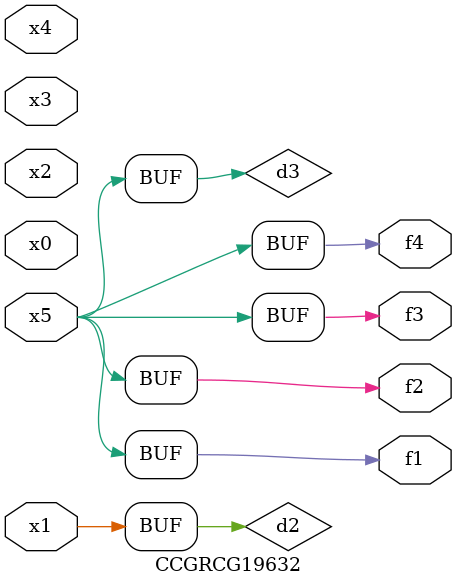
<source format=v>
module CCGRCG19632(
	input x0, x1, x2, x3, x4, x5,
	output f1, f2, f3, f4
);

	wire d1, d2, d3;

	not (d1, x5);
	or (d2, x1);
	xnor (d3, d1);
	assign f1 = d3;
	assign f2 = d3;
	assign f3 = d3;
	assign f4 = d3;
endmodule

</source>
